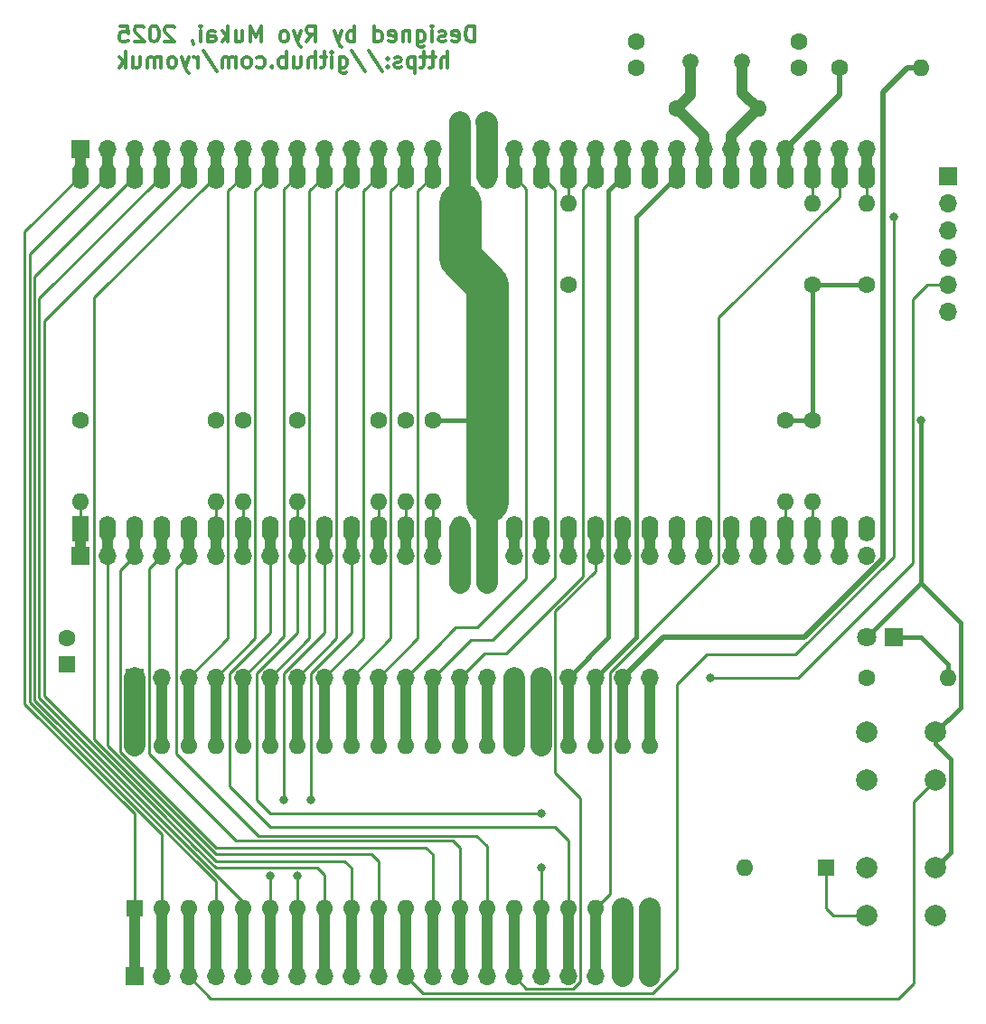
<source format=gbr>
%TF.GenerationSoftware,KiCad,Pcbnew,8.0.5*%
%TF.CreationDate,2025-09-05T14:55:06+09:00*%
%TF.ProjectId,TangNanoDCJ11MEM,54616e67-4e61-46e6-9f44-434a31314d45,rev?*%
%TF.SameCoordinates,Original*%
%TF.FileFunction,Copper,L2,Bot*%
%TF.FilePolarity,Positive*%
%FSLAX46Y46*%
G04 Gerber Fmt 4.6, Leading zero omitted, Abs format (unit mm)*
G04 Created by KiCad (PCBNEW 8.0.5) date 2025-09-05 14:55:06*
%MOMM*%
%LPD*%
G01*
G04 APERTURE LIST*
%ADD10C,0.300000*%
%TA.AperFunction,NonConductor*%
%ADD11C,0.300000*%
%TD*%
%TA.AperFunction,ComponentPad*%
%ADD12R,1.600000X1.600000*%
%TD*%
%TA.AperFunction,ComponentPad*%
%ADD13O,1.600000X1.600000*%
%TD*%
%TA.AperFunction,ComponentPad*%
%ADD14C,1.600000*%
%TD*%
%TA.AperFunction,ComponentPad*%
%ADD15C,2.000000*%
%TD*%
%TA.AperFunction,ComponentPad*%
%ADD16R,1.700000X1.700000*%
%TD*%
%TA.AperFunction,ComponentPad*%
%ADD17O,1.700000X1.700000*%
%TD*%
%TA.AperFunction,ComponentPad*%
%ADD18C,1.500000*%
%TD*%
%TA.AperFunction,ComponentPad*%
%ADD19R,1.800000X1.800000*%
%TD*%
%TA.AperFunction,ComponentPad*%
%ADD20C,1.800000*%
%TD*%
%TA.AperFunction,ComponentPad*%
%ADD21R,1.600000X2.400000*%
%TD*%
%TA.AperFunction,ComponentPad*%
%ADD22O,1.600000X2.400000*%
%TD*%
%TA.AperFunction,ViaPad*%
%ADD23C,0.800000*%
%TD*%
%TA.AperFunction,Conductor*%
%ADD24C,2.000000*%
%TD*%
%TA.AperFunction,Conductor*%
%ADD25C,1.000000*%
%TD*%
%TA.AperFunction,Conductor*%
%ADD26C,0.400000*%
%TD*%
%TA.AperFunction,Conductor*%
%ADD27C,4.000000*%
%TD*%
%TA.AperFunction,Conductor*%
%ADD28C,0.250000*%
%TD*%
%TA.AperFunction,Conductor*%
%ADD29C,0.500000*%
%TD*%
G04 APERTURE END LIST*
D10*
D11*
X44563796Y-5185870D02*
X44563796Y-3685870D01*
X44563796Y-3685870D02*
X44206653Y-3685870D01*
X44206653Y-3685870D02*
X43992367Y-3757299D01*
X43992367Y-3757299D02*
X43849510Y-3900156D01*
X43849510Y-3900156D02*
X43778081Y-4043013D01*
X43778081Y-4043013D02*
X43706653Y-4328727D01*
X43706653Y-4328727D02*
X43706653Y-4543013D01*
X43706653Y-4543013D02*
X43778081Y-4828727D01*
X43778081Y-4828727D02*
X43849510Y-4971584D01*
X43849510Y-4971584D02*
X43992367Y-5114442D01*
X43992367Y-5114442D02*
X44206653Y-5185870D01*
X44206653Y-5185870D02*
X44563796Y-5185870D01*
X42492367Y-5114442D02*
X42635224Y-5185870D01*
X42635224Y-5185870D02*
X42920939Y-5185870D01*
X42920939Y-5185870D02*
X43063796Y-5114442D01*
X43063796Y-5114442D02*
X43135224Y-4971584D01*
X43135224Y-4971584D02*
X43135224Y-4400156D01*
X43135224Y-4400156D02*
X43063796Y-4257299D01*
X43063796Y-4257299D02*
X42920939Y-4185870D01*
X42920939Y-4185870D02*
X42635224Y-4185870D01*
X42635224Y-4185870D02*
X42492367Y-4257299D01*
X42492367Y-4257299D02*
X42420939Y-4400156D01*
X42420939Y-4400156D02*
X42420939Y-4543013D01*
X42420939Y-4543013D02*
X43135224Y-4685870D01*
X41849510Y-5114442D02*
X41706653Y-5185870D01*
X41706653Y-5185870D02*
X41420939Y-5185870D01*
X41420939Y-5185870D02*
X41278082Y-5114442D01*
X41278082Y-5114442D02*
X41206653Y-4971584D01*
X41206653Y-4971584D02*
X41206653Y-4900156D01*
X41206653Y-4900156D02*
X41278082Y-4757299D01*
X41278082Y-4757299D02*
X41420939Y-4685870D01*
X41420939Y-4685870D02*
X41635225Y-4685870D01*
X41635225Y-4685870D02*
X41778082Y-4614442D01*
X41778082Y-4614442D02*
X41849510Y-4471584D01*
X41849510Y-4471584D02*
X41849510Y-4400156D01*
X41849510Y-4400156D02*
X41778082Y-4257299D01*
X41778082Y-4257299D02*
X41635225Y-4185870D01*
X41635225Y-4185870D02*
X41420939Y-4185870D01*
X41420939Y-4185870D02*
X41278082Y-4257299D01*
X40563796Y-5185870D02*
X40563796Y-4185870D01*
X40563796Y-3685870D02*
X40635224Y-3757299D01*
X40635224Y-3757299D02*
X40563796Y-3828727D01*
X40563796Y-3828727D02*
X40492367Y-3757299D01*
X40492367Y-3757299D02*
X40563796Y-3685870D01*
X40563796Y-3685870D02*
X40563796Y-3828727D01*
X39206653Y-4185870D02*
X39206653Y-5400156D01*
X39206653Y-5400156D02*
X39278081Y-5543013D01*
X39278081Y-5543013D02*
X39349510Y-5614442D01*
X39349510Y-5614442D02*
X39492367Y-5685870D01*
X39492367Y-5685870D02*
X39706653Y-5685870D01*
X39706653Y-5685870D02*
X39849510Y-5614442D01*
X39206653Y-5114442D02*
X39349510Y-5185870D01*
X39349510Y-5185870D02*
X39635224Y-5185870D01*
X39635224Y-5185870D02*
X39778081Y-5114442D01*
X39778081Y-5114442D02*
X39849510Y-5043013D01*
X39849510Y-5043013D02*
X39920938Y-4900156D01*
X39920938Y-4900156D02*
X39920938Y-4471584D01*
X39920938Y-4471584D02*
X39849510Y-4328727D01*
X39849510Y-4328727D02*
X39778081Y-4257299D01*
X39778081Y-4257299D02*
X39635224Y-4185870D01*
X39635224Y-4185870D02*
X39349510Y-4185870D01*
X39349510Y-4185870D02*
X39206653Y-4257299D01*
X38492367Y-4185870D02*
X38492367Y-5185870D01*
X38492367Y-4328727D02*
X38420938Y-4257299D01*
X38420938Y-4257299D02*
X38278081Y-4185870D01*
X38278081Y-4185870D02*
X38063795Y-4185870D01*
X38063795Y-4185870D02*
X37920938Y-4257299D01*
X37920938Y-4257299D02*
X37849510Y-4400156D01*
X37849510Y-4400156D02*
X37849510Y-5185870D01*
X36563795Y-5114442D02*
X36706652Y-5185870D01*
X36706652Y-5185870D02*
X36992367Y-5185870D01*
X36992367Y-5185870D02*
X37135224Y-5114442D01*
X37135224Y-5114442D02*
X37206652Y-4971584D01*
X37206652Y-4971584D02*
X37206652Y-4400156D01*
X37206652Y-4400156D02*
X37135224Y-4257299D01*
X37135224Y-4257299D02*
X36992367Y-4185870D01*
X36992367Y-4185870D02*
X36706652Y-4185870D01*
X36706652Y-4185870D02*
X36563795Y-4257299D01*
X36563795Y-4257299D02*
X36492367Y-4400156D01*
X36492367Y-4400156D02*
X36492367Y-4543013D01*
X36492367Y-4543013D02*
X37206652Y-4685870D01*
X35206653Y-5185870D02*
X35206653Y-3685870D01*
X35206653Y-5114442D02*
X35349510Y-5185870D01*
X35349510Y-5185870D02*
X35635224Y-5185870D01*
X35635224Y-5185870D02*
X35778081Y-5114442D01*
X35778081Y-5114442D02*
X35849510Y-5043013D01*
X35849510Y-5043013D02*
X35920938Y-4900156D01*
X35920938Y-4900156D02*
X35920938Y-4471584D01*
X35920938Y-4471584D02*
X35849510Y-4328727D01*
X35849510Y-4328727D02*
X35778081Y-4257299D01*
X35778081Y-4257299D02*
X35635224Y-4185870D01*
X35635224Y-4185870D02*
X35349510Y-4185870D01*
X35349510Y-4185870D02*
X35206653Y-4257299D01*
X33349510Y-5185870D02*
X33349510Y-3685870D01*
X33349510Y-4257299D02*
X33206653Y-4185870D01*
X33206653Y-4185870D02*
X32920938Y-4185870D01*
X32920938Y-4185870D02*
X32778081Y-4257299D01*
X32778081Y-4257299D02*
X32706653Y-4328727D01*
X32706653Y-4328727D02*
X32635224Y-4471584D01*
X32635224Y-4471584D02*
X32635224Y-4900156D01*
X32635224Y-4900156D02*
X32706653Y-5043013D01*
X32706653Y-5043013D02*
X32778081Y-5114442D01*
X32778081Y-5114442D02*
X32920938Y-5185870D01*
X32920938Y-5185870D02*
X33206653Y-5185870D01*
X33206653Y-5185870D02*
X33349510Y-5114442D01*
X32135224Y-4185870D02*
X31778081Y-5185870D01*
X31420938Y-4185870D02*
X31778081Y-5185870D01*
X31778081Y-5185870D02*
X31920938Y-5543013D01*
X31920938Y-5543013D02*
X31992367Y-5614442D01*
X31992367Y-5614442D02*
X32135224Y-5685870D01*
X28849510Y-5185870D02*
X29349510Y-4471584D01*
X29706653Y-5185870D02*
X29706653Y-3685870D01*
X29706653Y-3685870D02*
X29135224Y-3685870D01*
X29135224Y-3685870D02*
X28992367Y-3757299D01*
X28992367Y-3757299D02*
X28920938Y-3828727D01*
X28920938Y-3828727D02*
X28849510Y-3971584D01*
X28849510Y-3971584D02*
X28849510Y-4185870D01*
X28849510Y-4185870D02*
X28920938Y-4328727D01*
X28920938Y-4328727D02*
X28992367Y-4400156D01*
X28992367Y-4400156D02*
X29135224Y-4471584D01*
X29135224Y-4471584D02*
X29706653Y-4471584D01*
X28349510Y-4185870D02*
X27992367Y-5185870D01*
X27635224Y-4185870D02*
X27992367Y-5185870D01*
X27992367Y-5185870D02*
X28135224Y-5543013D01*
X28135224Y-5543013D02*
X28206653Y-5614442D01*
X28206653Y-5614442D02*
X28349510Y-5685870D01*
X26849510Y-5185870D02*
X26992367Y-5114442D01*
X26992367Y-5114442D02*
X27063796Y-5043013D01*
X27063796Y-5043013D02*
X27135224Y-4900156D01*
X27135224Y-4900156D02*
X27135224Y-4471584D01*
X27135224Y-4471584D02*
X27063796Y-4328727D01*
X27063796Y-4328727D02*
X26992367Y-4257299D01*
X26992367Y-4257299D02*
X26849510Y-4185870D01*
X26849510Y-4185870D02*
X26635224Y-4185870D01*
X26635224Y-4185870D02*
X26492367Y-4257299D01*
X26492367Y-4257299D02*
X26420939Y-4328727D01*
X26420939Y-4328727D02*
X26349510Y-4471584D01*
X26349510Y-4471584D02*
X26349510Y-4900156D01*
X26349510Y-4900156D02*
X26420939Y-5043013D01*
X26420939Y-5043013D02*
X26492367Y-5114442D01*
X26492367Y-5114442D02*
X26635224Y-5185870D01*
X26635224Y-5185870D02*
X26849510Y-5185870D01*
X24563796Y-5185870D02*
X24563796Y-3685870D01*
X24563796Y-3685870D02*
X24063796Y-4757299D01*
X24063796Y-4757299D02*
X23563796Y-3685870D01*
X23563796Y-3685870D02*
X23563796Y-5185870D01*
X22206653Y-4185870D02*
X22206653Y-5185870D01*
X22849510Y-4185870D02*
X22849510Y-4971584D01*
X22849510Y-4971584D02*
X22778081Y-5114442D01*
X22778081Y-5114442D02*
X22635224Y-5185870D01*
X22635224Y-5185870D02*
X22420938Y-5185870D01*
X22420938Y-5185870D02*
X22278081Y-5114442D01*
X22278081Y-5114442D02*
X22206653Y-5043013D01*
X21492367Y-5185870D02*
X21492367Y-3685870D01*
X21349510Y-4614442D02*
X20920938Y-5185870D01*
X20920938Y-4185870D02*
X21492367Y-4757299D01*
X19635224Y-5185870D02*
X19635224Y-4400156D01*
X19635224Y-4400156D02*
X19706652Y-4257299D01*
X19706652Y-4257299D02*
X19849509Y-4185870D01*
X19849509Y-4185870D02*
X20135224Y-4185870D01*
X20135224Y-4185870D02*
X20278081Y-4257299D01*
X19635224Y-5114442D02*
X19778081Y-5185870D01*
X19778081Y-5185870D02*
X20135224Y-5185870D01*
X20135224Y-5185870D02*
X20278081Y-5114442D01*
X20278081Y-5114442D02*
X20349509Y-4971584D01*
X20349509Y-4971584D02*
X20349509Y-4828727D01*
X20349509Y-4828727D02*
X20278081Y-4685870D01*
X20278081Y-4685870D02*
X20135224Y-4614442D01*
X20135224Y-4614442D02*
X19778081Y-4614442D01*
X19778081Y-4614442D02*
X19635224Y-4543013D01*
X18920938Y-5185870D02*
X18920938Y-4185870D01*
X18920938Y-3685870D02*
X18992366Y-3757299D01*
X18992366Y-3757299D02*
X18920938Y-3828727D01*
X18920938Y-3828727D02*
X18849509Y-3757299D01*
X18849509Y-3757299D02*
X18920938Y-3685870D01*
X18920938Y-3685870D02*
X18920938Y-3828727D01*
X18135223Y-5114442D02*
X18135223Y-5185870D01*
X18135223Y-5185870D02*
X18206652Y-5328727D01*
X18206652Y-5328727D02*
X18278080Y-5400156D01*
X16420937Y-3828727D02*
X16349509Y-3757299D01*
X16349509Y-3757299D02*
X16206652Y-3685870D01*
X16206652Y-3685870D02*
X15849509Y-3685870D01*
X15849509Y-3685870D02*
X15706652Y-3757299D01*
X15706652Y-3757299D02*
X15635223Y-3828727D01*
X15635223Y-3828727D02*
X15563794Y-3971584D01*
X15563794Y-3971584D02*
X15563794Y-4114442D01*
X15563794Y-4114442D02*
X15635223Y-4328727D01*
X15635223Y-4328727D02*
X16492366Y-5185870D01*
X16492366Y-5185870D02*
X15563794Y-5185870D01*
X14635223Y-3685870D02*
X14492366Y-3685870D01*
X14492366Y-3685870D02*
X14349509Y-3757299D01*
X14349509Y-3757299D02*
X14278081Y-3828727D01*
X14278081Y-3828727D02*
X14206652Y-3971584D01*
X14206652Y-3971584D02*
X14135223Y-4257299D01*
X14135223Y-4257299D02*
X14135223Y-4614442D01*
X14135223Y-4614442D02*
X14206652Y-4900156D01*
X14206652Y-4900156D02*
X14278081Y-5043013D01*
X14278081Y-5043013D02*
X14349509Y-5114442D01*
X14349509Y-5114442D02*
X14492366Y-5185870D01*
X14492366Y-5185870D02*
X14635223Y-5185870D01*
X14635223Y-5185870D02*
X14778081Y-5114442D01*
X14778081Y-5114442D02*
X14849509Y-5043013D01*
X14849509Y-5043013D02*
X14920938Y-4900156D01*
X14920938Y-4900156D02*
X14992366Y-4614442D01*
X14992366Y-4614442D02*
X14992366Y-4257299D01*
X14992366Y-4257299D02*
X14920938Y-3971584D01*
X14920938Y-3971584D02*
X14849509Y-3828727D01*
X14849509Y-3828727D02*
X14778081Y-3757299D01*
X14778081Y-3757299D02*
X14635223Y-3685870D01*
X13563795Y-3828727D02*
X13492367Y-3757299D01*
X13492367Y-3757299D02*
X13349510Y-3685870D01*
X13349510Y-3685870D02*
X12992367Y-3685870D01*
X12992367Y-3685870D02*
X12849510Y-3757299D01*
X12849510Y-3757299D02*
X12778081Y-3828727D01*
X12778081Y-3828727D02*
X12706652Y-3971584D01*
X12706652Y-3971584D02*
X12706652Y-4114442D01*
X12706652Y-4114442D02*
X12778081Y-4328727D01*
X12778081Y-4328727D02*
X13635224Y-5185870D01*
X13635224Y-5185870D02*
X12706652Y-5185870D01*
X11349510Y-3685870D02*
X12063796Y-3685870D01*
X12063796Y-3685870D02*
X12135224Y-4400156D01*
X12135224Y-4400156D02*
X12063796Y-4328727D01*
X12063796Y-4328727D02*
X11920939Y-4257299D01*
X11920939Y-4257299D02*
X11563796Y-4257299D01*
X11563796Y-4257299D02*
X11420939Y-4328727D01*
X11420939Y-4328727D02*
X11349510Y-4400156D01*
X11349510Y-4400156D02*
X11278081Y-4543013D01*
X11278081Y-4543013D02*
X11278081Y-4900156D01*
X11278081Y-4900156D02*
X11349510Y-5043013D01*
X11349510Y-5043013D02*
X11420939Y-5114442D01*
X11420939Y-5114442D02*
X11563796Y-5185870D01*
X11563796Y-5185870D02*
X11920939Y-5185870D01*
X11920939Y-5185870D02*
X12063796Y-5114442D01*
X12063796Y-5114442D02*
X12135224Y-5043013D01*
X42063800Y-7600786D02*
X42063800Y-6100786D01*
X41420943Y-7600786D02*
X41420943Y-6815072D01*
X41420943Y-6815072D02*
X41492371Y-6672215D01*
X41492371Y-6672215D02*
X41635228Y-6600786D01*
X41635228Y-6600786D02*
X41849514Y-6600786D01*
X41849514Y-6600786D02*
X41992371Y-6672215D01*
X41992371Y-6672215D02*
X42063800Y-6743643D01*
X40920942Y-6600786D02*
X40349514Y-6600786D01*
X40706657Y-6100786D02*
X40706657Y-7386500D01*
X40706657Y-7386500D02*
X40635228Y-7529358D01*
X40635228Y-7529358D02*
X40492371Y-7600786D01*
X40492371Y-7600786D02*
X40349514Y-7600786D01*
X40063799Y-6600786D02*
X39492371Y-6600786D01*
X39849514Y-6100786D02*
X39849514Y-7386500D01*
X39849514Y-7386500D02*
X39778085Y-7529358D01*
X39778085Y-7529358D02*
X39635228Y-7600786D01*
X39635228Y-7600786D02*
X39492371Y-7600786D01*
X38992371Y-6600786D02*
X38992371Y-8100786D01*
X38992371Y-6672215D02*
X38849514Y-6600786D01*
X38849514Y-6600786D02*
X38563799Y-6600786D01*
X38563799Y-6600786D02*
X38420942Y-6672215D01*
X38420942Y-6672215D02*
X38349514Y-6743643D01*
X38349514Y-6743643D02*
X38278085Y-6886500D01*
X38278085Y-6886500D02*
X38278085Y-7315072D01*
X38278085Y-7315072D02*
X38349514Y-7457929D01*
X38349514Y-7457929D02*
X38420942Y-7529358D01*
X38420942Y-7529358D02*
X38563799Y-7600786D01*
X38563799Y-7600786D02*
X38849514Y-7600786D01*
X38849514Y-7600786D02*
X38992371Y-7529358D01*
X37706656Y-7529358D02*
X37563799Y-7600786D01*
X37563799Y-7600786D02*
X37278085Y-7600786D01*
X37278085Y-7600786D02*
X37135228Y-7529358D01*
X37135228Y-7529358D02*
X37063799Y-7386500D01*
X37063799Y-7386500D02*
X37063799Y-7315072D01*
X37063799Y-7315072D02*
X37135228Y-7172215D01*
X37135228Y-7172215D02*
X37278085Y-7100786D01*
X37278085Y-7100786D02*
X37492371Y-7100786D01*
X37492371Y-7100786D02*
X37635228Y-7029358D01*
X37635228Y-7029358D02*
X37706656Y-6886500D01*
X37706656Y-6886500D02*
X37706656Y-6815072D01*
X37706656Y-6815072D02*
X37635228Y-6672215D01*
X37635228Y-6672215D02*
X37492371Y-6600786D01*
X37492371Y-6600786D02*
X37278085Y-6600786D01*
X37278085Y-6600786D02*
X37135228Y-6672215D01*
X36420942Y-7457929D02*
X36349513Y-7529358D01*
X36349513Y-7529358D02*
X36420942Y-7600786D01*
X36420942Y-7600786D02*
X36492370Y-7529358D01*
X36492370Y-7529358D02*
X36420942Y-7457929D01*
X36420942Y-7457929D02*
X36420942Y-7600786D01*
X36420942Y-6672215D02*
X36349513Y-6743643D01*
X36349513Y-6743643D02*
X36420942Y-6815072D01*
X36420942Y-6815072D02*
X36492370Y-6743643D01*
X36492370Y-6743643D02*
X36420942Y-6672215D01*
X36420942Y-6672215D02*
X36420942Y-6815072D01*
X34635227Y-6029358D02*
X35920941Y-7957929D01*
X33063798Y-6029358D02*
X34349512Y-7957929D01*
X31920941Y-6600786D02*
X31920941Y-7815072D01*
X31920941Y-7815072D02*
X31992369Y-7957929D01*
X31992369Y-7957929D02*
X32063798Y-8029358D01*
X32063798Y-8029358D02*
X32206655Y-8100786D01*
X32206655Y-8100786D02*
X32420941Y-8100786D01*
X32420941Y-8100786D02*
X32563798Y-8029358D01*
X31920941Y-7529358D02*
X32063798Y-7600786D01*
X32063798Y-7600786D02*
X32349512Y-7600786D01*
X32349512Y-7600786D02*
X32492369Y-7529358D01*
X32492369Y-7529358D02*
X32563798Y-7457929D01*
X32563798Y-7457929D02*
X32635226Y-7315072D01*
X32635226Y-7315072D02*
X32635226Y-6886500D01*
X32635226Y-6886500D02*
X32563798Y-6743643D01*
X32563798Y-6743643D02*
X32492369Y-6672215D01*
X32492369Y-6672215D02*
X32349512Y-6600786D01*
X32349512Y-6600786D02*
X32063798Y-6600786D01*
X32063798Y-6600786D02*
X31920941Y-6672215D01*
X31206655Y-7600786D02*
X31206655Y-6600786D01*
X31206655Y-6100786D02*
X31278083Y-6172215D01*
X31278083Y-6172215D02*
X31206655Y-6243643D01*
X31206655Y-6243643D02*
X31135226Y-6172215D01*
X31135226Y-6172215D02*
X31206655Y-6100786D01*
X31206655Y-6100786D02*
X31206655Y-6243643D01*
X30706654Y-6600786D02*
X30135226Y-6600786D01*
X30492369Y-6100786D02*
X30492369Y-7386500D01*
X30492369Y-7386500D02*
X30420940Y-7529358D01*
X30420940Y-7529358D02*
X30278083Y-7600786D01*
X30278083Y-7600786D02*
X30135226Y-7600786D01*
X29635226Y-7600786D02*
X29635226Y-6100786D01*
X28992369Y-7600786D02*
X28992369Y-6815072D01*
X28992369Y-6815072D02*
X29063797Y-6672215D01*
X29063797Y-6672215D02*
X29206654Y-6600786D01*
X29206654Y-6600786D02*
X29420940Y-6600786D01*
X29420940Y-6600786D02*
X29563797Y-6672215D01*
X29563797Y-6672215D02*
X29635226Y-6743643D01*
X27635226Y-6600786D02*
X27635226Y-7600786D01*
X28278083Y-6600786D02*
X28278083Y-7386500D01*
X28278083Y-7386500D02*
X28206654Y-7529358D01*
X28206654Y-7529358D02*
X28063797Y-7600786D01*
X28063797Y-7600786D02*
X27849511Y-7600786D01*
X27849511Y-7600786D02*
X27706654Y-7529358D01*
X27706654Y-7529358D02*
X27635226Y-7457929D01*
X26920940Y-7600786D02*
X26920940Y-6100786D01*
X26920940Y-6672215D02*
X26778083Y-6600786D01*
X26778083Y-6600786D02*
X26492368Y-6600786D01*
X26492368Y-6600786D02*
X26349511Y-6672215D01*
X26349511Y-6672215D02*
X26278083Y-6743643D01*
X26278083Y-6743643D02*
X26206654Y-6886500D01*
X26206654Y-6886500D02*
X26206654Y-7315072D01*
X26206654Y-7315072D02*
X26278083Y-7457929D01*
X26278083Y-7457929D02*
X26349511Y-7529358D01*
X26349511Y-7529358D02*
X26492368Y-7600786D01*
X26492368Y-7600786D02*
X26778083Y-7600786D01*
X26778083Y-7600786D02*
X26920940Y-7529358D01*
X25563797Y-7457929D02*
X25492368Y-7529358D01*
X25492368Y-7529358D02*
X25563797Y-7600786D01*
X25563797Y-7600786D02*
X25635225Y-7529358D01*
X25635225Y-7529358D02*
X25563797Y-7457929D01*
X25563797Y-7457929D02*
X25563797Y-7600786D01*
X24206654Y-7529358D02*
X24349511Y-7600786D01*
X24349511Y-7600786D02*
X24635225Y-7600786D01*
X24635225Y-7600786D02*
X24778082Y-7529358D01*
X24778082Y-7529358D02*
X24849511Y-7457929D01*
X24849511Y-7457929D02*
X24920939Y-7315072D01*
X24920939Y-7315072D02*
X24920939Y-6886500D01*
X24920939Y-6886500D02*
X24849511Y-6743643D01*
X24849511Y-6743643D02*
X24778082Y-6672215D01*
X24778082Y-6672215D02*
X24635225Y-6600786D01*
X24635225Y-6600786D02*
X24349511Y-6600786D01*
X24349511Y-6600786D02*
X24206654Y-6672215D01*
X23349511Y-7600786D02*
X23492368Y-7529358D01*
X23492368Y-7529358D02*
X23563797Y-7457929D01*
X23563797Y-7457929D02*
X23635225Y-7315072D01*
X23635225Y-7315072D02*
X23635225Y-6886500D01*
X23635225Y-6886500D02*
X23563797Y-6743643D01*
X23563797Y-6743643D02*
X23492368Y-6672215D01*
X23492368Y-6672215D02*
X23349511Y-6600786D01*
X23349511Y-6600786D02*
X23135225Y-6600786D01*
X23135225Y-6600786D02*
X22992368Y-6672215D01*
X22992368Y-6672215D02*
X22920940Y-6743643D01*
X22920940Y-6743643D02*
X22849511Y-6886500D01*
X22849511Y-6886500D02*
X22849511Y-7315072D01*
X22849511Y-7315072D02*
X22920940Y-7457929D01*
X22920940Y-7457929D02*
X22992368Y-7529358D01*
X22992368Y-7529358D02*
X23135225Y-7600786D01*
X23135225Y-7600786D02*
X23349511Y-7600786D01*
X22206654Y-7600786D02*
X22206654Y-6600786D01*
X22206654Y-6743643D02*
X22135225Y-6672215D01*
X22135225Y-6672215D02*
X21992368Y-6600786D01*
X21992368Y-6600786D02*
X21778082Y-6600786D01*
X21778082Y-6600786D02*
X21635225Y-6672215D01*
X21635225Y-6672215D02*
X21563797Y-6815072D01*
X21563797Y-6815072D02*
X21563797Y-7600786D01*
X21563797Y-6815072D02*
X21492368Y-6672215D01*
X21492368Y-6672215D02*
X21349511Y-6600786D01*
X21349511Y-6600786D02*
X21135225Y-6600786D01*
X21135225Y-6600786D02*
X20992368Y-6672215D01*
X20992368Y-6672215D02*
X20920939Y-6815072D01*
X20920939Y-6815072D02*
X20920939Y-7600786D01*
X19135225Y-6029358D02*
X20420939Y-7957929D01*
X18635225Y-7600786D02*
X18635225Y-6600786D01*
X18635225Y-6886500D02*
X18563796Y-6743643D01*
X18563796Y-6743643D02*
X18492368Y-6672215D01*
X18492368Y-6672215D02*
X18349510Y-6600786D01*
X18349510Y-6600786D02*
X18206653Y-6600786D01*
X17849511Y-6600786D02*
X17492368Y-7600786D01*
X17135225Y-6600786D02*
X17492368Y-7600786D01*
X17492368Y-7600786D02*
X17635225Y-7957929D01*
X17635225Y-7957929D02*
X17706654Y-8029358D01*
X17706654Y-8029358D02*
X17849511Y-8100786D01*
X16349511Y-7600786D02*
X16492368Y-7529358D01*
X16492368Y-7529358D02*
X16563797Y-7457929D01*
X16563797Y-7457929D02*
X16635225Y-7315072D01*
X16635225Y-7315072D02*
X16635225Y-6886500D01*
X16635225Y-6886500D02*
X16563797Y-6743643D01*
X16563797Y-6743643D02*
X16492368Y-6672215D01*
X16492368Y-6672215D02*
X16349511Y-6600786D01*
X16349511Y-6600786D02*
X16135225Y-6600786D01*
X16135225Y-6600786D02*
X15992368Y-6672215D01*
X15992368Y-6672215D02*
X15920940Y-6743643D01*
X15920940Y-6743643D02*
X15849511Y-6886500D01*
X15849511Y-6886500D02*
X15849511Y-7315072D01*
X15849511Y-7315072D02*
X15920940Y-7457929D01*
X15920940Y-7457929D02*
X15992368Y-7529358D01*
X15992368Y-7529358D02*
X16135225Y-7600786D01*
X16135225Y-7600786D02*
X16349511Y-7600786D01*
X15206654Y-7600786D02*
X15206654Y-6600786D01*
X15206654Y-6743643D02*
X15135225Y-6672215D01*
X15135225Y-6672215D02*
X14992368Y-6600786D01*
X14992368Y-6600786D02*
X14778082Y-6600786D01*
X14778082Y-6600786D02*
X14635225Y-6672215D01*
X14635225Y-6672215D02*
X14563797Y-6815072D01*
X14563797Y-6815072D02*
X14563797Y-7600786D01*
X14563797Y-6815072D02*
X14492368Y-6672215D01*
X14492368Y-6672215D02*
X14349511Y-6600786D01*
X14349511Y-6600786D02*
X14135225Y-6600786D01*
X14135225Y-6600786D02*
X13992368Y-6672215D01*
X13992368Y-6672215D02*
X13920939Y-6815072D01*
X13920939Y-6815072D02*
X13920939Y-7600786D01*
X12563797Y-6600786D02*
X12563797Y-7600786D01*
X13206654Y-6600786D02*
X13206654Y-7386500D01*
X13206654Y-7386500D02*
X13135225Y-7529358D01*
X13135225Y-7529358D02*
X12992368Y-7600786D01*
X12992368Y-7600786D02*
X12778082Y-7600786D01*
X12778082Y-7600786D02*
X12635225Y-7529358D01*
X12635225Y-7529358D02*
X12563797Y-7457929D01*
X11849511Y-7600786D02*
X11849511Y-6100786D01*
X11706654Y-7029358D02*
X11278082Y-7600786D01*
X11278082Y-6600786D02*
X11849511Y-7172215D01*
D12*
%TO.P,D1,1,K*%
%TO.N,HALT*%
X77470000Y-82550000D03*
D13*
%TO.P,D1,2,A*%
%TO.N,HALT_DBG*%
X69850000Y-82550000D03*
%TD*%
D14*
%TO.P,R4,1*%
%TO.N,VCC*%
X20320000Y-40640000D03*
D13*
%TO.P,R4,2*%
%TO.N,PWRF_n*%
X20320000Y-48260000D03*
%TD*%
D15*
%TO.P,SW1,1,1*%
%TO.N,VCC*%
X81280000Y-69850000D03*
X87780000Y-69850000D03*
%TO.P,SW1,2,2*%
%TO.N,INIT_SW*%
X81280000Y-74350000D03*
X87780000Y-74350000D03*
%TD*%
D14*
%TO.P,R9,1*%
%TO.N,VCC*%
X40640000Y-40640000D03*
D13*
%TO.P,R9,2*%
%TO.N,PARITY_n*%
X40640000Y-48260000D03*
%TD*%
D14*
%TO.P,R5,1*%
%TO.N,VCC*%
X22860000Y-40640000D03*
D13*
%TO.P,R5,2*%
%TO.N,FPE_n*%
X22860000Y-48260000D03*
%TD*%
D16*
%TO.P,J4,1,Pin_1*%
%TO.N,TEST1_n*%
X7620000Y-53340000D03*
D17*
%TO.P,J4,2,Pin_2*%
%TO.N,AIO0*%
X10160000Y-53340000D03*
%TO.P,J4,3,Pin_3*%
%TO.N,AIO1*%
X12700000Y-53340000D03*
%TO.P,J4,4,Pin_4*%
%TO.N,AIO2*%
X15240000Y-53340000D03*
%TO.P,J4,5,Pin_5*%
%TO.N,AIO3*%
X17780000Y-53340000D03*
%TO.P,J4,6,Pin_6*%
%TO.N,PWRF_n*%
X20320000Y-53340000D03*
%TO.P,J4,7,Pin_7*%
%TO.N,FPE_n*%
X22860000Y-53340000D03*
%TO.P,J4,8,Pin_8*%
%TO.N,EVENT_n*%
X25400000Y-53340000D03*
%TO.P,J4,9,Pin_9*%
%TO.N,HALT*%
X27940000Y-53340000D03*
%TO.P,J4,10,Pin_10*%
%TO.N,IRQ0*%
X30480000Y-53340000D03*
%TO.P,J4,11,Pin_11*%
%TO.N,IRQ1*%
X33020000Y-53340000D03*
%TO.P,J4,12,Pin_12*%
%TO.N,IRQ2*%
X35560000Y-53340000D03*
%TO.P,J4,13,Pin_13*%
%TO.N,IRQ3*%
X38100000Y-53340000D03*
%TO.P,J4,14,Pin_14*%
%TO.N,PARITY_n*%
X40640000Y-53340000D03*
%TO.P,J4,15,Pin_15*%
%TO.N,GND*%
X43180000Y-53340000D03*
%TO.P,J4,16,Pin_16*%
%TO.N,VCC*%
X45720000Y-53340000D03*
%TO.P,J4,17,Pin_17*%
%TO.N,BS0*%
X48260000Y-53340000D03*
%TO.P,J4,18,Pin_18*%
%TO.N,BS1*%
X50800000Y-53340000D03*
%TO.P,J4,19,Pin_19*%
%TO.N,MAP_n*%
X53340000Y-53340000D03*
%TO.P,J4,20,Pin_20*%
%TO.N,ABORT_n*%
X55880000Y-53340000D03*
%TO.P,J4,21,Pin_21*%
%TO.N,DAL21*%
X58420000Y-53340000D03*
%TO.P,J4,22,Pin_22*%
%TO.N,DAL20*%
X60960000Y-53340000D03*
%TO.P,J4,23,Pin_23*%
%TO.N,DAL19*%
X63500000Y-53340000D03*
%TO.P,J4,24,Pin_24*%
%TO.N,DAL18*%
X66040000Y-53340000D03*
%TO.P,J4,25,Pin_25*%
%TO.N,DAL17*%
X68580000Y-53340000D03*
%TO.P,J4,26,Pin_26*%
%TO.N,DAL16*%
X71120000Y-53340000D03*
%TO.P,J4,27,Pin_27*%
%TO.N,DMR_n*%
X73660000Y-53340000D03*
%TO.P,J4,28,Pin_28*%
%TO.N,MISS_n*%
X76200000Y-53340000D03*
%TO.P,J4,29,Pin_29*%
%TO.N,PRDC_n*%
X78740000Y-53340000D03*
%TO.P,J4,30,Pin_30*%
%TO.N,unconnected-(J4-Pin_30-Pad30)*%
X81280000Y-53340000D03*
%TD*%
D14*
%TO.P,R11,1*%
%TO.N,VCC*%
X76200000Y-40640000D03*
D13*
%TO.P,R11,2*%
%TO.N,MISS_n*%
X76200000Y-48260000D03*
%TD*%
D14*
%TO.P,R15,1*%
%TO.N,GND*%
X81280000Y-64770000D03*
D13*
%TO.P,R15,2*%
%TO.N,Net-(LED1-K)*%
X88900000Y-64770000D03*
%TD*%
D14*
%TO.P,R2,1*%
%TO.N,CLK2*%
X78740000Y-7620000D03*
D13*
%TO.P,R2,2*%
%TO.N,CLK2_D*%
X86360000Y-7620000D03*
%TD*%
D14*
%TO.P,R12,1*%
%TO.N,VCC*%
X53340000Y-27940000D03*
D13*
%TO.P,R12,2*%
%TO.N,DV*%
X53340000Y-20320000D03*
%TD*%
D16*
%TO.P,J6,1,Pin_1*%
%TO.N,GND*%
X88900000Y-17780000D03*
D17*
%TO.P,J6,2,Pin_2*%
%TO.N,unconnected-(J6-Pin_2-Pad2)*%
X88900000Y-20320000D03*
%TO.P,J6,3,Pin_3*%
%TO.N,unconnected-(J6-Pin_3-Pad3)*%
X88900000Y-22860000D03*
%TO.P,J6,4,Pin_4*%
%TO.N,unconnected-(J6-Pin_4-Pad4)*%
X88900000Y-25400000D03*
%TO.P,J6,5,Pin_5*%
%TO.N,GPIO_TX*%
X88900000Y-27940000D03*
%TO.P,J6,6,Pin_6*%
%TO.N,unconnected-(J6-Pin_6-Pad6)*%
X88900000Y-30480000D03*
%TD*%
D16*
%TO.P,J3,1,Pin_1*%
%TO.N,VCC*%
X12700000Y-64770000D03*
D17*
%TO.P,J3,2,Pin_2*%
%TO.N,GND*%
X15240000Y-64770000D03*
%TO.P,J3,3,Pin_3*%
%TO.N,DAL11*%
X17780000Y-64770000D03*
%TO.P,J3,4,Pin_4*%
%TO.N,DAL12*%
X20320000Y-64770000D03*
%TO.P,J3,5,Pin_5*%
%TO.N,DAL13*%
X22860000Y-64770000D03*
%TO.P,J3,6,Pin_6*%
%TO.N,DAL14*%
X25400000Y-64770000D03*
%TO.P,J3,7,Pin_7*%
%TO.N,DAL15*%
X27940000Y-64770000D03*
%TO.P,J3,8,Pin_8*%
%TO.N,DAL1*%
X30480000Y-64770000D03*
%TO.P,J3,9,Pin_9*%
%TO.N,DAL2*%
X33020000Y-64770000D03*
%TO.P,J3,10,Pin_10*%
%TO.N,DAL3*%
X35560000Y-64770000D03*
%TO.P,J3,11,Pin_11*%
%TO.N,DAL4*%
X38100000Y-64770000D03*
%TO.P,J3,12,Pin_12*%
%TO.N,DAL5*%
X40640000Y-64770000D03*
%TO.P,J3,13,Pin_13*%
%TO.N,BUFCTL_n*%
X43180000Y-64770000D03*
%TO.P,J3,14,Pin_14*%
%TO.N,LED_RGB*%
X45720000Y-64770000D03*
%TO.P,J3,15,Pin_15*%
%TO.N,GND*%
X48260000Y-64770000D03*
%TO.P,J3,16,Pin_16*%
%TO.N,3V3b*%
X50800000Y-64770000D03*
%TO.P,J3,17,Pin_17*%
%TO.N,ALE_n*%
X53340000Y-64770000D03*
%TO.P,J3,18,Pin_18*%
%TO.N,SCTL_n*%
X55880000Y-64770000D03*
%TO.P,J3,19,Pin_19*%
%TO.N,CLK2_D*%
X58420000Y-64770000D03*
%TO.P,J3,20,Pin_20*%
%TO.N,GPIO_TX*%
X60960000Y-64770000D03*
%TD*%
D14*
%TO.P,R7,1*%
%TO.N,GND*%
X35560000Y-40640000D03*
D13*
%TO.P,R7,2*%
%TO.N,IRQ2*%
X35560000Y-48260000D03*
%TD*%
D18*
%TO.P,Y1,1,1*%
%TO.N,XTALI*%
X69650000Y-6985000D03*
%TO.P,Y1,2,2*%
%TO.N,XTALO*%
X64770000Y-6985000D03*
%TD*%
D19*
%TO.P,LED1,1,K*%
%TO.N,Net-(LED1-K)*%
X83820000Y-60960000D03*
D20*
%TO.P,LED1,2,A*%
%TO.N,VCC*%
X81280000Y-60960000D03*
%TD*%
D14*
%TO.P,C1,1*%
%TO.N,GND*%
X59690000Y-7620000D03*
%TO.P,C1,2*%
%TO.N,XTALO*%
X59690000Y-5120000D03*
%TD*%
%TO.P,C2,1*%
%TO.N,GND*%
X74930000Y-7620000D03*
%TO.P,C2,2*%
%TO.N,XTALI*%
X74930000Y-5120000D03*
%TD*%
%TO.P,C4,1*%
%TO.N,VCC*%
X45720000Y-55880000D03*
%TO.P,C4,2*%
%TO.N,GND*%
X43220000Y-55880000D03*
%TD*%
%TO.P,R3,1*%
%TO.N,VCC*%
X7620000Y-40640000D03*
D13*
%TO.P,R3,2*%
%TO.N,TEST1_n*%
X7620000Y-48260000D03*
%TD*%
D15*
%TO.P,SW2,1,1*%
%TO.N,VCC*%
X81280000Y-82550000D03*
X87780000Y-82550000D03*
%TO.P,SW2,2,2*%
%TO.N,HALT*%
X81280000Y-87050000D03*
X87780000Y-87050000D03*
%TD*%
D14*
%TO.P,R10,1*%
%TO.N,VCC*%
X73660000Y-40640000D03*
D13*
%TO.P,R10,2*%
%TO.N,DMR_n*%
X73660000Y-48260000D03*
%TD*%
D14*
%TO.P,R1,1*%
%TO.N,XTALO*%
X63500000Y-11430000D03*
D13*
%TO.P,R1,2*%
%TO.N,XTALI*%
X71120000Y-11430000D03*
%TD*%
D21*
%TO.P,U1,1,~{TEST1}*%
%TO.N,TEST1_n*%
X7620000Y-50800000D03*
D22*
%TO.P,U1,2,AIO0*%
%TO.N,AIO0*%
X10160000Y-50800000D03*
%TO.P,U1,3,AIO1*%
%TO.N,AIO1*%
X12700000Y-50800000D03*
%TO.P,U1,4,AIO2*%
%TO.N,AIO2*%
X15240000Y-50800000D03*
%TO.P,U1,5,AIO3*%
%TO.N,AIO3*%
X17780000Y-50800000D03*
%TO.P,U1,6,~{PWRF}*%
%TO.N,PWRF_n*%
X20320000Y-50800000D03*
%TO.P,U1,7,~{FPE}*%
%TO.N,FPE_n*%
X22860000Y-50800000D03*
%TO.P,U1,8,~{EVENT}*%
%TO.N,EVENT_n*%
X25400000Y-50800000D03*
%TO.P,U1,9,HALT*%
%TO.N,HALT*%
X27940000Y-50800000D03*
%TO.P,U1,10,IRQ0*%
%TO.N,IRQ0*%
X30480000Y-50800000D03*
%TO.P,U1,11,IRQ1*%
%TO.N,IRQ1*%
X33020000Y-50800000D03*
%TO.P,U1,12,IRQ2*%
%TO.N,IRQ2*%
X35560000Y-50800000D03*
%TO.P,U1,13,IRQ3*%
%TO.N,IRQ3*%
X38100000Y-50800000D03*
%TO.P,U1,14,~{PARITY}*%
%TO.N,PARITY_n*%
X40640000Y-50800000D03*
%TO.P,U1,15,GND*%
%TO.N,GND*%
X43180000Y-50800000D03*
%TO.P,U1,16,VCC*%
%TO.N,VCC*%
X45720000Y-50800000D03*
%TO.P,U1,17,BS0*%
%TO.N,BS0*%
X48260000Y-50800000D03*
%TO.P,U1,18,BS1*%
%TO.N,BS1*%
X50800000Y-50800000D03*
%TO.P,U1,19,~{MAP}*%
%TO.N,MAP_n*%
X53340000Y-50800000D03*
%TO.P,U1,20,~{ABORT}*%
%TO.N,ABORT_n*%
X55880000Y-50800000D03*
%TO.P,U1,21,DAL21*%
%TO.N,DAL21*%
X58420000Y-50800000D03*
%TO.P,U1,22,DAL20*%
%TO.N,DAL20*%
X60960000Y-50800000D03*
%TO.P,U1,23,DAL19*%
%TO.N,DAL19*%
X63500000Y-50800000D03*
%TO.P,U1,24,DAL18*%
%TO.N,DAL18*%
X66040000Y-50800000D03*
%TO.P,U1,25,DAL17*%
%TO.N,DAL17*%
X68580000Y-50800000D03*
%TO.P,U1,26,DAL16*%
%TO.N,DAL16*%
X71120000Y-50800000D03*
%TO.P,U1,27,~{DMR}*%
%TO.N,DMR_n*%
X73660000Y-50800000D03*
%TO.P,U1,28,~{MISS}*%
%TO.N,MISS_n*%
X76200000Y-50800000D03*
%TO.P,U1,29,~{PRDC}*%
%TO.N,PRDC_n*%
X78740000Y-50800000D03*
%TO.P,U1,30,NC*%
%TO.N,unconnected-(U1-NC-Pad30)*%
X81280000Y-50800000D03*
%TO.P,U1,31,~{TEST2}*%
%TO.N,TEST2_n*%
X81280000Y-17780000D03*
%TO.P,U1,32,CONT*%
%TO.N,CONT_n*%
X78740000Y-17780000D03*
%TO.P,U1,33,~{INIT}*%
%TO.N,INIT_n*%
X76200000Y-17780000D03*
%TO.P,U1,34,CLK2*%
%TO.N,CLK2*%
X73660000Y-17780000D03*
%TO.P,U1,35,CLK*%
%TO.N,CLK*%
X71120000Y-17780000D03*
%TO.P,U1,36,XTALI*%
%TO.N,XTALI*%
X68580000Y-17780000D03*
%TO.P,U1,37,XTALO*%
%TO.N,XTALO*%
X66040000Y-17780000D03*
%TO.P,U1,38,~{SCTL}*%
%TO.N,SCTL_n*%
X63500000Y-17780000D03*
%TO.P,U1,39,~{STRB}*%
%TO.N,STRB_n*%
X60960000Y-17780000D03*
%TO.P,U1,40,~{ALE}*%
%TO.N,ALE_n*%
X58420000Y-17780000D03*
%TO.P,U1,41,~{BUFCTL}*%
%TO.N,BUFCTL_n*%
X55880000Y-17780000D03*
%TO.P,U1,42,DV*%
%TO.N,DV*%
X53340000Y-17780000D03*
%TO.P,U1,43,DAL5*%
%TO.N,DAL5*%
X50800000Y-17780000D03*
%TO.P,U1,44,DAL4*%
%TO.N,DAL4*%
X48260000Y-17780000D03*
%TO.P,U1,45,GND*%
%TO.N,GND*%
X45720000Y-17780000D03*
%TO.P,U1,46,VCC*%
%TO.N,VCC*%
X43180000Y-17780000D03*
%TO.P,U1,47,DAL3*%
%TO.N,DAL3*%
X40640000Y-17780000D03*
%TO.P,U1,48,DAL2*%
%TO.N,DAL2*%
X38100000Y-17780000D03*
%TO.P,U1,49,DAL1*%
%TO.N,DAL1*%
X35560000Y-17780000D03*
%TO.P,U1,50,DAL15*%
%TO.N,DAL15*%
X33020000Y-17780000D03*
%TO.P,U1,51,DAL14*%
%TO.N,DAL14*%
X30480000Y-17780000D03*
%TO.P,U1,52,DAL13*%
%TO.N,DAL13*%
X27940000Y-17780000D03*
%TO.P,U1,53,DAL12*%
%TO.N,DAL12*%
X25400000Y-17780000D03*
%TO.P,U1,54,DAL11*%
%TO.N,DAL11*%
X22860000Y-17780000D03*
%TO.P,U1,55,DAL10*%
%TO.N,DAL10*%
X20320000Y-17780000D03*
%TO.P,U1,56,DAL9*%
%TO.N,DAL9*%
X17780000Y-17780000D03*
%TO.P,U1,57,DAL0*%
%TO.N,DAL0*%
X15240000Y-17780000D03*
%TO.P,U1,58,DAL8*%
%TO.N,DAL8*%
X12700000Y-17780000D03*
%TO.P,U1,59,DAL7*%
%TO.N,DAL7*%
X10160000Y-17780000D03*
%TO.P,U1,60,DAL6*%
%TO.N,DAL6*%
X7620000Y-17780000D03*
%TD*%
D14*
%TO.P,C3,1*%
%TO.N,VCC*%
X43180000Y-12700000D03*
%TO.P,C3,2*%
%TO.N,GND*%
X45680000Y-12700000D03*
%TD*%
%TO.P,R8,1*%
%TO.N,GND*%
X38100000Y-40640000D03*
D13*
%TO.P,R8,2*%
%TO.N,IRQ3*%
X38100000Y-48260000D03*
%TD*%
D14*
%TO.P,R6,1*%
%TO.N,GND*%
X27940000Y-40640000D03*
D13*
%TO.P,R6,2*%
%TO.N,HALT*%
X27940000Y-48260000D03*
%TD*%
D12*
%TO.P,J1,1,Pin_1*%
%TO.N,DAL6*%
X12700000Y-86360000D03*
D13*
%TO.P,J1,2,Pin_2*%
%TO.N,DAL7*%
X15240000Y-86360000D03*
%TO.P,J1,3,Pin_3*%
%TO.N,INIT_SW*%
X17780000Y-86360000D03*
%TO.P,J1,4,Pin_4*%
%TO.N,DAL8*%
X20320000Y-86360000D03*
%TO.P,J1,5,Pin_5*%
%TO.N,DAL0*%
X22860000Y-86360000D03*
%TO.P,J1,6,Pin_6*%
%TO.N,IRQ0*%
X25400000Y-86360000D03*
%TO.P,J1,7,Pin_7*%
%TO.N,IRQ1*%
X27940000Y-86360000D03*
%TO.P,J1,8,Pin_8*%
%TO.N,DAL9*%
X30480000Y-86360000D03*
%TO.P,J1,9,Pin_9*%
%TO.N,DAL10*%
X33020000Y-86360000D03*
%TO.P,J1,10,Pin_10*%
%TO.N,AIO0*%
X35560000Y-86360000D03*
%TO.P,J1,11,Pin_11*%
%TO.N,INIT_n*%
X38100000Y-86360000D03*
%TO.P,J1,12,Pin_12*%
%TO.N,AIO1*%
X40640000Y-86360000D03*
%TO.P,J1,13,Pin_13*%
%TO.N,AIO2*%
X43180000Y-86360000D03*
%TO.P,J1,14,Pin_14*%
%TO.N,AIO3*%
X45720000Y-86360000D03*
%TO.P,J1,15,Pin_15*%
%TO.N,ABORT_n*%
X48260000Y-86360000D03*
%TO.P,J1,16,Pin_16*%
%TO.N,HALT_DBG*%
X50800000Y-86360000D03*
%TO.P,J1,17,Pin_17*%
%TO.N,EVENT_n*%
X53340000Y-86360000D03*
%TO.P,J1,18,Pin_18*%
%TO.N,CONT_n*%
X55880000Y-86360000D03*
%TO.P,J1,19,Pin_19*%
%TO.N,3V3a*%
X58420000Y-86360000D03*
%TO.P,J1,20,Pin_20*%
%TO.N,GND*%
X60960000Y-86360000D03*
%TO.P,J1,21,Pin_21*%
%TO.N,GPIO_TX*%
X60960000Y-71120000D03*
%TO.P,J1,22,Pin_22*%
%TO.N,CLK2_D*%
X58420000Y-71120000D03*
%TO.P,J1,23,Pin_23*%
%TO.N,SCTL_n*%
X55880000Y-71120000D03*
%TO.P,J1,24,Pin_24*%
%TO.N,ALE_n*%
X53340000Y-71120000D03*
%TO.P,J1,25,Pin_25*%
%TO.N,3V3b*%
X50800000Y-71120000D03*
%TO.P,J1,26,Pin_26*%
%TO.N,GND*%
X48260000Y-71120000D03*
%TO.P,J1,27,Pin_27*%
%TO.N,LED_RGB*%
X45720000Y-71120000D03*
%TO.P,J1,28,Pin_28*%
%TO.N,BUFCTL_n*%
X43180000Y-71120000D03*
%TO.P,J1,29,Pin_29*%
%TO.N,DAL5*%
X40640000Y-71120000D03*
%TO.P,J1,30,Pin_30*%
%TO.N,DAL4*%
X38100000Y-71120000D03*
%TO.P,J1,31,Pin_31*%
%TO.N,DAL3*%
X35560000Y-71120000D03*
%TO.P,J1,32,Pin_32*%
%TO.N,DAL2*%
X33020000Y-71120000D03*
%TO.P,J1,33,Pin_33*%
%TO.N,DAL1*%
X30480000Y-71120000D03*
%TO.P,J1,34,Pin_34*%
%TO.N,DAL15*%
X27940000Y-71120000D03*
%TO.P,J1,35,Pin_35*%
%TO.N,DAL14*%
X25400000Y-71120000D03*
%TO.P,J1,36,Pin_36*%
%TO.N,DAL13*%
X22860000Y-71120000D03*
%TO.P,J1,37,Pin_37*%
%TO.N,DAL12*%
X20320000Y-71120000D03*
%TO.P,J1,38,Pin_38*%
%TO.N,DAL11*%
X17780000Y-71120000D03*
%TO.P,J1,39,Pin_39*%
%TO.N,GND*%
X15240000Y-71120000D03*
%TO.P,J1,40,Pin_40*%
%TO.N,VCC*%
X12700000Y-71120000D03*
%TD*%
D14*
%TO.P,R14,1*%
%TO.N,VCC*%
X81280000Y-27940000D03*
D13*
%TO.P,R14,2*%
%TO.N,TEST2_n*%
X81280000Y-20320000D03*
%TD*%
D16*
%TO.P,J2,1,Pin_1*%
%TO.N,DAL6*%
X12700000Y-92710000D03*
D17*
%TO.P,J2,2,Pin_2*%
%TO.N,DAL7*%
X15240000Y-92710000D03*
%TO.P,J2,3,Pin_3*%
%TO.N,INIT_SW*%
X17780000Y-92710000D03*
%TO.P,J2,4,Pin_4*%
%TO.N,DAL8*%
X20320000Y-92710000D03*
%TO.P,J2,5,Pin_5*%
%TO.N,DAL0*%
X22860000Y-92710000D03*
%TO.P,J2,6,Pin_6*%
%TO.N,IRQ0*%
X25400000Y-92710000D03*
%TO.P,J2,7,Pin_7*%
%TO.N,IRQ1*%
X27940000Y-92710000D03*
%TO.P,J2,8,Pin_8*%
%TO.N,DAL9*%
X30480000Y-92710000D03*
%TO.P,J2,9,Pin_9*%
%TO.N,DAL10*%
X33020000Y-92710000D03*
%TO.P,J2,10,Pin_10*%
%TO.N,AIO0*%
X35560000Y-92710000D03*
%TO.P,J2,11,Pin_11*%
%TO.N,INIT_n*%
X38100000Y-92710000D03*
%TO.P,J2,12,Pin_12*%
%TO.N,AIO1*%
X40640000Y-92710000D03*
%TO.P,J2,13,Pin_13*%
%TO.N,AIO2*%
X43180000Y-92710000D03*
%TO.P,J2,14,Pin_14*%
%TO.N,AIO3*%
X45720000Y-92710000D03*
%TO.P,J2,15,Pin_15*%
%TO.N,ABORT_n*%
X48260000Y-92710000D03*
%TO.P,J2,16,Pin_16*%
%TO.N,HALT_DBG*%
X50800000Y-92710000D03*
%TO.P,J2,17,Pin_17*%
%TO.N,EVENT_n*%
X53340000Y-92710000D03*
%TO.P,J2,18,Pin_18*%
%TO.N,CONT_n*%
X55880000Y-92710000D03*
%TO.P,J2,19,Pin_19*%
%TO.N,3V3a*%
X58420000Y-92710000D03*
%TO.P,J2,20,Pin_20*%
%TO.N,GND*%
X60960000Y-92710000D03*
%TD*%
D12*
%TO.P,C5,1*%
%TO.N,VCC*%
X6350000Y-63500000D03*
D14*
%TO.P,C5,2*%
%TO.N,GND*%
X6350000Y-61000000D03*
%TD*%
%TO.P,R13,1*%
%TO.N,VCC*%
X76200000Y-27940000D03*
D13*
%TO.P,R13,2*%
%TO.N,INIT_n*%
X76200000Y-20320000D03*
%TD*%
D16*
%TO.P,J5,1,Pin_1*%
%TO.N,DAL6*%
X7620000Y-15240000D03*
D17*
%TO.P,J5,2,Pin_2*%
%TO.N,DAL7*%
X10160000Y-15240000D03*
%TO.P,J5,3,Pin_3*%
%TO.N,DAL8*%
X12700000Y-15240000D03*
%TO.P,J5,4,Pin_4*%
%TO.N,DAL0*%
X15240000Y-15240000D03*
%TO.P,J5,5,Pin_5*%
%TO.N,DAL9*%
X17780000Y-15240000D03*
%TO.P,J5,6,Pin_6*%
%TO.N,DAL10*%
X20320000Y-15240000D03*
%TO.P,J5,7,Pin_7*%
%TO.N,DAL11*%
X22860000Y-15240000D03*
%TO.P,J5,8,Pin_8*%
%TO.N,DAL12*%
X25400000Y-15240000D03*
%TO.P,J5,9,Pin_9*%
%TO.N,DAL13*%
X27940000Y-15240000D03*
%TO.P,J5,10,Pin_10*%
%TO.N,DAL14*%
X30480000Y-15240000D03*
%TO.P,J5,11,Pin_11*%
%TO.N,DAL15*%
X33020000Y-15240000D03*
%TO.P,J5,12,Pin_12*%
%TO.N,DAL1*%
X35560000Y-15240000D03*
%TO.P,J5,13,Pin_13*%
%TO.N,DAL2*%
X38100000Y-15240000D03*
%TO.P,J5,14,Pin_14*%
%TO.N,DAL3*%
X40640000Y-15240000D03*
%TO.P,J5,15,Pin_15*%
%TO.N,VCC*%
X43180000Y-15240000D03*
%TO.P,J5,16,Pin_16*%
%TO.N,GND*%
X45720000Y-15240000D03*
%TO.P,J5,17,Pin_17*%
%TO.N,DAL4*%
X48260000Y-15240000D03*
%TO.P,J5,18,Pin_18*%
%TO.N,DAL5*%
X50800000Y-15240000D03*
%TO.P,J5,19,Pin_19*%
%TO.N,DV*%
X53340000Y-15240000D03*
%TO.P,J5,20,Pin_20*%
%TO.N,BUFCTL_n*%
X55880000Y-15240000D03*
%TO.P,J5,21,Pin_21*%
%TO.N,ALE_n*%
X58420000Y-15240000D03*
%TO.P,J5,22,Pin_22*%
%TO.N,STRB_n*%
X60960000Y-15240000D03*
%TO.P,J5,23,Pin_23*%
%TO.N,SCTL_n*%
X63500000Y-15240000D03*
%TO.P,J5,24,Pin_24*%
%TO.N,XTALO*%
X66040000Y-15240000D03*
%TO.P,J5,25,Pin_25*%
%TO.N,XTALI*%
X68580000Y-15240000D03*
%TO.P,J5,26,Pin_26*%
%TO.N,CLK*%
X71120000Y-15240000D03*
%TO.P,J5,27,Pin_27*%
%TO.N,CLK2*%
X73660000Y-15240000D03*
%TO.P,J5,28,Pin_28*%
%TO.N,INIT_n*%
X76200000Y-15240000D03*
%TO.P,J5,29,Pin_29*%
%TO.N,CONT_n*%
X78740000Y-15240000D03*
%TO.P,J5,30,Pin_30*%
%TO.N,TEST2_n*%
X81280000Y-15240000D03*
%TD*%
D23*
%TO.N,VCC*%
X45720000Y-40640000D03*
X86360000Y-40640000D03*
X45720000Y-27940000D03*
%TO.N,IRQ1*%
X29210000Y-76200000D03*
X27940000Y-83275000D03*
%TO.N,HALT*%
X50800000Y-77470000D03*
%TO.N,IRQ0*%
X25400000Y-83275000D03*
X26670000Y-76200000D03*
%TO.N,INIT_n*%
X83820000Y-21590000D03*
%TO.N,HALT_DBG*%
X50800000Y-82550000D03*
%TO.N,GPIO_TX*%
X66675000Y-64770000D03*
%TD*%
D24*
%TO.N,GND*%
X43220000Y-50840000D02*
X43180000Y-50800000D01*
X48260000Y-71120000D02*
X48260000Y-64770000D01*
X45720000Y-12740000D02*
X45680000Y-12700000D01*
D25*
X15240000Y-64770000D02*
X15240000Y-71120000D01*
D24*
X60960000Y-92710000D02*
X60960000Y-86360000D01*
X43220000Y-55880000D02*
X43220000Y-50840000D01*
X45720000Y-17780000D02*
X45720000Y-12740000D01*
D26*
%TO.N,VCC*%
X45720000Y-40640000D02*
X40640000Y-40640000D01*
D24*
X45720000Y-50800000D02*
X45720000Y-49530000D01*
D26*
X76200000Y-40640000D02*
X73660000Y-40640000D01*
X87780000Y-69850000D02*
X87780000Y-70970000D01*
X81280000Y-27940000D02*
X76200000Y-27940000D01*
X76200000Y-27940000D02*
X76200000Y-40640000D01*
D24*
X45720000Y-50800000D02*
X45720000Y-55880000D01*
X43180000Y-17780000D02*
X43180000Y-12700000D01*
D26*
X81280000Y-60960000D02*
X86360000Y-55880000D01*
X90100000Y-67530000D02*
X87780000Y-69850000D01*
D24*
X12700000Y-71120000D02*
X12700000Y-64770000D01*
D27*
X45720000Y-48260000D02*
X45720000Y-40640000D01*
D26*
X87780000Y-70970000D02*
X89180000Y-72370000D01*
X86360000Y-55880000D02*
X86360000Y-40640000D01*
X89180000Y-81150000D02*
X87780000Y-82550000D01*
X86360000Y-55880000D02*
X90100000Y-59620000D01*
X89180000Y-72370000D02*
X89180000Y-81150000D01*
D27*
X43180000Y-25400000D02*
X43180000Y-20320000D01*
D24*
X45720000Y-49530000D02*
X45720000Y-48260000D01*
D27*
X45720000Y-40640000D02*
X45720000Y-27940000D01*
X45720000Y-27940000D02*
X43180000Y-25400000D01*
D26*
X90100000Y-59620000D02*
X90100000Y-67530000D01*
D24*
X43180000Y-17780000D02*
X43180000Y-20320000D01*
D25*
%TO.N,XTALO*%
X66040000Y-15240000D02*
X66040000Y-17780000D01*
X66040000Y-13970000D02*
X63500000Y-11430000D01*
X66040000Y-15240000D02*
X66040000Y-13970000D01*
X64770000Y-10160000D02*
X63500000Y-11430000D01*
X64770000Y-6985000D02*
X64770000Y-10160000D01*
%TO.N,XTALI*%
X68580000Y-15240000D02*
X68580000Y-17780000D01*
X68580000Y-13970000D02*
X71120000Y-11430000D01*
X69650000Y-9960000D02*
X71120000Y-11430000D01*
X68580000Y-15240000D02*
X68580000Y-13970000D01*
X69650000Y-6985000D02*
X69650000Y-9960000D01*
D28*
%TO.N,AIO3*%
X16605000Y-54515000D02*
X16605000Y-71850000D01*
D25*
X45720000Y-86360000D02*
X45720000Y-92710000D01*
D28*
X17780000Y-53340000D02*
X16605000Y-54515000D01*
D25*
X17780000Y-50800000D02*
X17780000Y-53340000D01*
D28*
X16605000Y-71850000D02*
X24315000Y-79560000D01*
X44762000Y-79560000D02*
X45720000Y-80518000D01*
X24315000Y-79560000D02*
X44762000Y-79560000D01*
X45720000Y-80518000D02*
X45720000Y-86360000D01*
%TO.N,DAL12*%
X24035000Y-61055000D02*
X24035000Y-19145000D01*
X24035000Y-19145000D02*
X25400000Y-17780000D01*
D25*
X25400000Y-15240000D02*
X25400000Y-17780000D01*
X20320000Y-64770000D02*
X20320000Y-71120000D01*
D28*
X20320000Y-64770000D02*
X24035000Y-61055000D01*
%TO.N,DAL14*%
X29115000Y-61055000D02*
X29115000Y-19145000D01*
X29115000Y-19145000D02*
X30480000Y-17780000D01*
D25*
X30480000Y-15240000D02*
X30480000Y-17780000D01*
D28*
X25400000Y-64770000D02*
X29115000Y-61055000D01*
D25*
X25400000Y-64770000D02*
X25400000Y-71120000D01*
%TO.N,DAL0*%
X15240000Y-15240000D02*
X15240000Y-17780000D01*
D28*
X3795000Y-29225000D02*
X3795000Y-66665584D01*
D25*
X22860000Y-86360000D02*
X22860000Y-92710000D01*
D28*
X3795000Y-66665584D02*
X22860000Y-85730584D01*
X15240000Y-17780000D02*
X3795000Y-29225000D01*
D24*
%TO.N,3V3a*%
X58420000Y-92710000D02*
X58420000Y-86360000D01*
D28*
%TO.N,DAL13*%
X26725000Y-18995000D02*
X27940000Y-17780000D01*
D25*
X22860000Y-64770000D02*
X22860000Y-71120000D01*
D28*
X22860000Y-64770000D02*
X26725000Y-60905000D01*
X26725000Y-60905000D02*
X26725000Y-18995000D01*
D25*
X27940000Y-15240000D02*
X27940000Y-17780000D01*
D28*
%TO.N,AIO0*%
X15243490Y-76200698D02*
X20321396Y-81278604D01*
D25*
X35560000Y-86360000D02*
X35560000Y-92710000D01*
D28*
X10160000Y-53340000D02*
X10160000Y-71121396D01*
X35560000Y-81915000D02*
X35560000Y-86360000D01*
D25*
X10160000Y-50800000D02*
X10160000Y-53340000D01*
D28*
X10160000Y-71121396D02*
X15239302Y-76200698D01*
X34923604Y-81278604D02*
X35560000Y-81915000D01*
X15239302Y-76200698D02*
X15243490Y-76200698D01*
X20321396Y-81278604D02*
X34923604Y-81278604D01*
D25*
%TO.N,CLK2_D*%
X58420000Y-71120000D02*
X58420000Y-64770000D01*
D29*
X82834239Y-9875761D02*
X85090000Y-7620000D01*
X82834239Y-53624239D02*
X75498478Y-60960000D01*
X62230000Y-60960000D02*
X58420000Y-64770000D01*
X82834239Y-53624239D02*
X82834239Y-9875761D01*
X75498478Y-60960000D02*
X62230000Y-60960000D01*
X85090000Y-7620000D02*
X86360000Y-7620000D01*
D28*
%TO.N,DAL4*%
X44846584Y-60055416D02*
X49435000Y-55467000D01*
X49435000Y-55467000D02*
X49435000Y-18955000D01*
X42814584Y-60055416D02*
X44846584Y-60055416D01*
X38100000Y-64770000D02*
X42814584Y-60055416D01*
D25*
X38100000Y-64770000D02*
X38100000Y-71120000D01*
X48260000Y-15240000D02*
X48260000Y-17780000D01*
D28*
X49435000Y-18955000D02*
X48260000Y-17780000D01*
X40386000Y-62484000D02*
X41417584Y-61452416D01*
X40386000Y-62484000D02*
X38100000Y-64770000D01*
%TO.N,AIO2*%
X15240000Y-53340000D02*
X14065000Y-54515000D01*
X42545000Y-80010000D02*
X43180000Y-80645000D01*
X14065000Y-71850000D02*
X22225000Y-80010000D01*
X14065000Y-54515000D02*
X14065000Y-71850000D01*
D25*
X43180000Y-86360000D02*
X43180000Y-92710000D01*
D28*
X22225000Y-80010000D02*
X42545000Y-80010000D01*
D25*
X15240000Y-50800000D02*
X15240000Y-53340000D01*
D28*
X43180000Y-80645000D02*
X43180000Y-86360000D01*
D25*
%TO.N,DAL15*%
X33020000Y-15240000D02*
X33020000Y-17780000D01*
X27940000Y-64770000D02*
X27940000Y-71120000D01*
D28*
X27940000Y-64770000D02*
X31655000Y-61055000D01*
X31655000Y-61055000D02*
X31655000Y-19145000D01*
X31655000Y-19145000D02*
X33020000Y-17780000D01*
D25*
%TO.N,SCTL_n*%
X63500000Y-15240000D02*
X63500000Y-17780000D01*
X55880000Y-64770000D02*
X55880000Y-71120000D01*
D26*
X63500000Y-17780000D02*
X59710000Y-21570000D01*
X59710000Y-21570000D02*
X59710000Y-60940000D01*
X59710000Y-60940000D02*
X55880000Y-64770000D01*
D28*
%TO.N,DAL11*%
X21495000Y-19145000D02*
X22860000Y-17780000D01*
D25*
X22860000Y-15240000D02*
X22860000Y-17780000D01*
X17780000Y-64770000D02*
X17780000Y-71120000D01*
D28*
X17780000Y-64770000D02*
X21495000Y-61055000D01*
X21495000Y-61055000D02*
X21495000Y-19145000D01*
%TO.N,DAL3*%
X39275000Y-19145000D02*
X40640000Y-17780000D01*
D25*
X40640000Y-15240000D02*
X40640000Y-17780000D01*
D28*
X35560000Y-64770000D02*
X39275000Y-61055000D01*
D25*
X35560000Y-64770000D02*
X35560000Y-71120000D01*
D28*
X39275000Y-61055000D02*
X39275000Y-19145000D01*
%TO.N,DAL6*%
X7620000Y-17780000D02*
X2445000Y-22955000D01*
X2445000Y-67224772D02*
X12700000Y-77479772D01*
X2445000Y-22955000D02*
X2445000Y-67224772D01*
D25*
X12700000Y-86360000D02*
X12700000Y-92710000D01*
D28*
X12700000Y-77479772D02*
X12700000Y-86360000D01*
D25*
X7620000Y-15240000D02*
X7620000Y-17780000D01*
%TO.N,LED_RGB*%
X45720000Y-64770000D02*
X45720000Y-71120000D01*
D28*
%TO.N,AIO1*%
X20324188Y-80645000D02*
X40005000Y-80645000D01*
X40640000Y-81280000D02*
X40640000Y-86360000D01*
X15429886Y-75750698D02*
X20324188Y-80645000D01*
X12700000Y-53340000D02*
X11375000Y-54665000D01*
X15425698Y-75750698D02*
X15429886Y-75750698D01*
X11375000Y-71700000D02*
X15425698Y-75750698D01*
X40005000Y-80645000D02*
X40640000Y-81280000D01*
D25*
X12700000Y-50800000D02*
X12700000Y-53340000D01*
D28*
X11375000Y-54665000D02*
X11375000Y-71700000D01*
D25*
X40640000Y-86360000D02*
X40640000Y-92710000D01*
D28*
%TO.N,DAL7*%
X15240000Y-79383376D02*
X15240000Y-86360000D01*
D25*
X15240000Y-86360000D02*
X15240000Y-92710000D01*
D28*
X2895000Y-25045000D02*
X2895000Y-67038376D01*
D25*
X10160000Y-15240000D02*
X10160000Y-17780000D01*
D28*
X2895000Y-67038376D02*
X15240000Y-79383376D01*
X10160000Y-17780000D02*
X2895000Y-25045000D01*
%TO.N,DAL5*%
X46228000Y-61214000D02*
X52070000Y-55372000D01*
X52070000Y-19050000D02*
X50800000Y-17780000D01*
X40640000Y-64770000D02*
X44196000Y-61214000D01*
D25*
X40640000Y-64770000D02*
X40640000Y-71120000D01*
D28*
X44196000Y-61214000D02*
X46228000Y-61214000D01*
D25*
X50800000Y-15240000D02*
X50800000Y-17780000D01*
D28*
X52070000Y-55372000D02*
X52070000Y-19050000D01*
%TO.N,DAL10*%
X8945000Y-29155000D02*
X8945000Y-70542792D01*
X20320000Y-81917792D02*
X32387792Y-81917792D01*
D25*
X33020000Y-87376000D02*
X33020000Y-92710000D01*
D28*
X32387792Y-81917792D02*
X33020000Y-82550000D01*
X15241396Y-76835000D02*
X20320000Y-81913604D01*
X33020000Y-82550000D02*
X33020000Y-86360000D01*
D25*
X20320000Y-15240000D02*
X20320000Y-17780000D01*
D28*
X8945000Y-70542792D02*
X15237208Y-76835000D01*
D25*
X33020000Y-86360000D02*
X33020000Y-87376000D01*
D28*
X20320000Y-17780000D02*
X8945000Y-29155000D01*
X20320000Y-81913604D02*
X20320000Y-81917792D01*
X15237208Y-76835000D02*
X15241396Y-76835000D01*
%TO.N,DAL9*%
X15235812Y-77470000D02*
X15240000Y-77470000D01*
D25*
X17780000Y-15240000D02*
X17780000Y-17780000D01*
D28*
X18415000Y-80649188D02*
X20315812Y-82550000D01*
X4245000Y-31315000D02*
X4245000Y-66479188D01*
X20315812Y-82550000D02*
X29845000Y-82550000D01*
X30480000Y-83185000D02*
X30480000Y-86360000D01*
X29845000Y-82550000D02*
X30480000Y-83185000D01*
D25*
X30480000Y-86360000D02*
X30480000Y-92710000D01*
D28*
X17780000Y-17780000D02*
X4245000Y-31315000D01*
X4245000Y-66479188D02*
X15235812Y-77470000D01*
X18415000Y-80645000D02*
X18415000Y-80649188D01*
X15240000Y-77470000D02*
X18415000Y-80645000D01*
D25*
%TO.N,DAL2*%
X38100000Y-15240000D02*
X38100000Y-17780000D01*
X33020000Y-64770000D02*
X33020000Y-71120000D01*
D28*
X36735000Y-19145000D02*
X38100000Y-17780000D01*
X33020000Y-64770000D02*
X36735000Y-61055000D01*
X36735000Y-61055000D02*
X36735000Y-19145000D01*
D25*
%TO.N,DAL1*%
X30480000Y-64770000D02*
X30480000Y-71120000D01*
D28*
X34195000Y-19145000D02*
X35560000Y-17780000D01*
X34195000Y-61055000D02*
X34195000Y-19145000D01*
X30480000Y-64770000D02*
X34195000Y-61055000D01*
D25*
X35560000Y-15240000D02*
X35560000Y-17780000D01*
D26*
%TO.N,ALE_n*%
X57130000Y-19170000D02*
X57130000Y-60980000D01*
X57130000Y-60980000D02*
X53340000Y-64770000D01*
D25*
X53340000Y-64770000D02*
X53340000Y-71120000D01*
X58420000Y-15240000D02*
X58420000Y-17780000D01*
D26*
X58420000Y-17780000D02*
X57080000Y-19120000D01*
X57080000Y-19120000D02*
X57130000Y-19170000D01*
D28*
%TO.N,DAL8*%
X12700000Y-17780000D02*
X3345000Y-27135000D01*
X3345000Y-66851980D02*
X20320000Y-83826980D01*
D25*
X20320000Y-86360000D02*
X20320000Y-92710000D01*
D28*
X20320000Y-83826980D02*
X20320000Y-86360000D01*
D25*
X12700000Y-15240000D02*
X12700000Y-17780000D01*
D28*
X3345000Y-27135000D02*
X3345000Y-66851980D01*
%TO.N,BUFCTL_n*%
X54705000Y-55277000D02*
X53721000Y-56261000D01*
X55880000Y-17780000D02*
X54705000Y-18955000D01*
X53721000Y-56261000D02*
X47498000Y-62484000D01*
X54705000Y-18955000D02*
X54705000Y-55277000D01*
X54610000Y-55372000D02*
X54356000Y-55626000D01*
X45466000Y-62484000D02*
X47498000Y-62484000D01*
X54356000Y-55626000D02*
X53721000Y-56261000D01*
D25*
X55880000Y-15240000D02*
X55880000Y-17780000D01*
X43180000Y-64770000D02*
X43180000Y-71120000D01*
D28*
X43180000Y-64770000D02*
X45466000Y-62484000D01*
D25*
%TO.N,FPE_n*%
X22860000Y-50800000D02*
X22860000Y-53340000D01*
D28*
X22860000Y-48260000D02*
X22860000Y-50800000D01*
%TO.N,PWRF_n*%
X20320000Y-48260000D02*
X20320000Y-50800000D01*
D25*
X20320000Y-50800000D02*
X20320000Y-53340000D01*
D28*
%TO.N,EVENT_n*%
X21590000Y-64378299D02*
X21590000Y-74931396D01*
X25400000Y-60568299D02*
X21590000Y-64378299D01*
X25398604Y-78740000D02*
X52070000Y-78740000D01*
X25400000Y-53340000D02*
X25400000Y-60568299D01*
D25*
X25400000Y-50800000D02*
X25400000Y-53340000D01*
D28*
X21590000Y-74931396D02*
X25398604Y-78740000D01*
X53340000Y-80010000D02*
X53340000Y-86360000D01*
X52070000Y-78740000D02*
X53340000Y-80010000D01*
D25*
X53340000Y-86360000D02*
X53340000Y-92710000D01*
D28*
%TO.N,IRQ1*%
X33020000Y-53340000D02*
X33020000Y-60568299D01*
X27940000Y-83275000D02*
X27940000Y-86360000D01*
X33020000Y-60568299D02*
X29210000Y-64378299D01*
D25*
X27940000Y-86360000D02*
X27940000Y-92710000D01*
X33020000Y-50800000D02*
X33020000Y-53340000D01*
D28*
X29210000Y-76200000D02*
X29210000Y-64378299D01*
D25*
%TO.N,BS0*%
X48260000Y-50800000D02*
X48260000Y-53340000D01*
%TO.N,HALT*%
X27940000Y-50800000D02*
X27940000Y-53340000D01*
D28*
X24130000Y-64378299D02*
X24130000Y-76200000D01*
X81280000Y-87050000D02*
X78160000Y-87050000D01*
X27940000Y-60568299D02*
X24130000Y-64378299D01*
X27940000Y-53340000D02*
X27940000Y-60568299D01*
X77470000Y-86360000D02*
X77470000Y-82550000D01*
X24130000Y-76200000D02*
X25400000Y-77470000D01*
X27940000Y-48260000D02*
X27940000Y-50800000D01*
X50800000Y-77470000D02*
X25400000Y-77470000D01*
X78160000Y-87050000D02*
X77470000Y-86360000D01*
D25*
%TO.N,DAL17*%
X68580000Y-50800000D02*
X68580000Y-53340000D01*
D28*
%TO.N,IRQ3*%
X38100000Y-48260000D02*
X38100000Y-50800000D01*
D25*
X38100000Y-50800000D02*
X38100000Y-53340000D01*
%TO.N,DMR_n*%
X73660000Y-50800000D02*
X73660000Y-53340000D01*
D28*
X73660000Y-48260000D02*
X73660000Y-50800000D01*
D25*
%TO.N,BS1*%
X50800000Y-50800000D02*
X50800000Y-53340000D01*
%TO.N,IRQ0*%
X25400000Y-86360000D02*
X25400000Y-92710000D01*
X30480000Y-50800000D02*
X30480000Y-53340000D01*
D28*
X25400000Y-83275000D02*
X25400000Y-86360000D01*
X26670000Y-76200000D02*
X26670000Y-64378299D01*
X30480000Y-60568299D02*
X26670000Y-64378299D01*
X30480000Y-53340000D02*
X30480000Y-60568299D01*
D25*
%TO.N,MAP_n*%
X53340000Y-50800000D02*
X53340000Y-53340000D01*
%TO.N,DAL16*%
X71120000Y-50800000D02*
X71120000Y-53340000D01*
%TO.N,PRDC_n*%
X78740000Y-50800000D02*
X78740000Y-53340000D01*
D28*
%TO.N,ABORT_n*%
X52125000Y-58493396D02*
X55880000Y-54738396D01*
X54515000Y-93196701D02*
X54515000Y-76050000D01*
X54515000Y-76050000D02*
X52125000Y-73660000D01*
D25*
X48260000Y-86360000D02*
X48260000Y-92710000D01*
X55880000Y-50800000D02*
X55880000Y-53340000D01*
D28*
X48260000Y-92710000D02*
X49435000Y-93885000D01*
X52125000Y-73660000D02*
X52125000Y-58493396D01*
X54515000Y-93196701D02*
X53826701Y-93885000D01*
X53826701Y-93885000D02*
X49435000Y-93885000D01*
X55880000Y-54738396D02*
X55880000Y-53340000D01*
D25*
%TO.N,DAL20*%
X60960000Y-50800000D02*
X60960000Y-53340000D01*
%TO.N,DAL19*%
X63500000Y-50800000D02*
X63500000Y-53340000D01*
%TO.N,TEST1_n*%
X7620000Y-50800000D02*
X7620000Y-53340000D01*
D28*
X7620000Y-50800000D02*
X7620000Y-48260000D01*
D25*
%TO.N,DAL21*%
X58420000Y-50800000D02*
X58420000Y-53340000D01*
%TO.N,DAL18*%
X66040000Y-50800000D02*
X66040000Y-53340000D01*
D28*
%TO.N,PARITY_n*%
X40640000Y-48260000D02*
X40640000Y-50800000D01*
D25*
X40640000Y-50800000D02*
X40640000Y-53340000D01*
D28*
%TO.N,MISS_n*%
X76200000Y-48260000D02*
X76200000Y-50800000D01*
D25*
X76200000Y-50800000D02*
X76200000Y-53340000D01*
%TO.N,IRQ2*%
X35560000Y-50800000D02*
X35560000Y-53340000D01*
D28*
X35560000Y-48260000D02*
X35560000Y-50800000D01*
D26*
%TO.N,Net-(LED1-K)*%
X86360000Y-60960000D02*
X83820000Y-60960000D01*
X88900000Y-64770000D02*
X88900000Y-63500000D01*
X88900000Y-63500000D02*
X86360000Y-60960000D01*
D25*
%TO.N,STRB_n*%
X60960000Y-15240000D02*
X60960000Y-17780000D01*
D28*
%TO.N,DV*%
X53340000Y-17780000D02*
X53340000Y-20320000D01*
D25*
X53340000Y-15240000D02*
X53340000Y-17780000D01*
D28*
%TO.N,INIT_n*%
X74668326Y-62603326D02*
X83820000Y-53451651D01*
X39725000Y-94335000D02*
X61208833Y-94335000D01*
D25*
X76200000Y-15240000D02*
X76200000Y-17780000D01*
D28*
X66301674Y-62603326D02*
X74668326Y-62603326D01*
X63555826Y-65349174D02*
X66301674Y-62603326D01*
X83820000Y-53451651D02*
X83820000Y-21590000D01*
X61208833Y-94335000D02*
X63555826Y-91988007D01*
D25*
X38100000Y-86360000D02*
X38100000Y-92710000D01*
D28*
X76200000Y-20320000D02*
X76200000Y-17780000D01*
X38100000Y-92710000D02*
X39725000Y-94335000D01*
X63555826Y-91988007D02*
X63555826Y-65349174D01*
D25*
%TO.N,CLK2*%
X73660000Y-15240000D02*
X73660000Y-17780000D01*
D29*
X78740000Y-7620000D02*
X78740000Y-10160000D01*
X78740000Y-10160000D02*
X73660000Y-15240000D01*
D25*
%TO.N,CLK*%
X71120000Y-15240000D02*
X71120000Y-17780000D01*
D28*
%TO.N,TEST2_n*%
X81280000Y-17780000D02*
X81280000Y-20320000D01*
D25*
X81280000Y-15240000D02*
X81280000Y-17780000D01*
D28*
%TO.N,HALT_DBG*%
X50800000Y-86360000D02*
X50800000Y-82550000D01*
D25*
X50800000Y-86360000D02*
X50800000Y-92710000D01*
%TO.N,INIT_SW*%
X17780000Y-86360000D02*
X17780000Y-92710000D01*
D28*
X85725000Y-93345000D02*
X85725000Y-76405000D01*
X19855000Y-94785000D02*
X84285000Y-94785000D01*
X84285000Y-94785000D02*
X85725000Y-93345000D01*
X85725000Y-76405000D02*
X87780000Y-74350000D01*
X17780000Y-92710000D02*
X19855000Y-94785000D01*
%TO.N,CONT_n*%
X57245000Y-64283299D02*
X67405000Y-54123299D01*
D25*
X55880000Y-86360000D02*
X55880000Y-92710000D01*
D28*
X67405000Y-54123299D02*
X67405000Y-31020000D01*
D25*
X78740000Y-15240000D02*
X78740000Y-17780000D01*
D28*
X55880000Y-86360000D02*
X57245000Y-84995000D01*
X57245000Y-84995000D02*
X57245000Y-64283299D01*
X67405000Y-31020000D02*
X78740000Y-19685000D01*
X78740000Y-19685000D02*
X78740000Y-17780000D01*
%TO.N,GPIO_TX*%
X86995000Y-27940000D02*
X88900000Y-27940000D01*
X74840000Y-64770000D02*
X85635000Y-53975000D01*
X66675000Y-64770000D02*
X74840000Y-64770000D01*
X85635000Y-29300000D02*
X86995000Y-27940000D01*
D25*
X60960000Y-64770000D02*
X60960000Y-71120000D01*
D28*
X85635000Y-53975000D02*
X85635000Y-29300000D01*
D24*
%TO.N,3V3b*%
X50800000Y-71120000D02*
X50800000Y-64770000D01*
%TD*%
M02*

</source>
